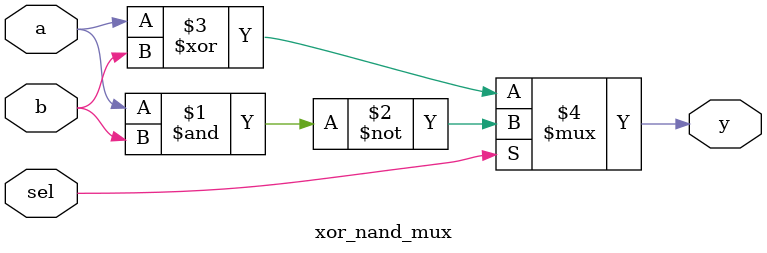
<source format=v>
module xor_nand_mux (
    input wire a,
    input wire b,
    input wire sel,
    output wire y
);

assign y = sel ? ~(a & b) : (a ^ b); // MUX with XOR/NAND logic

endmodule

</source>
